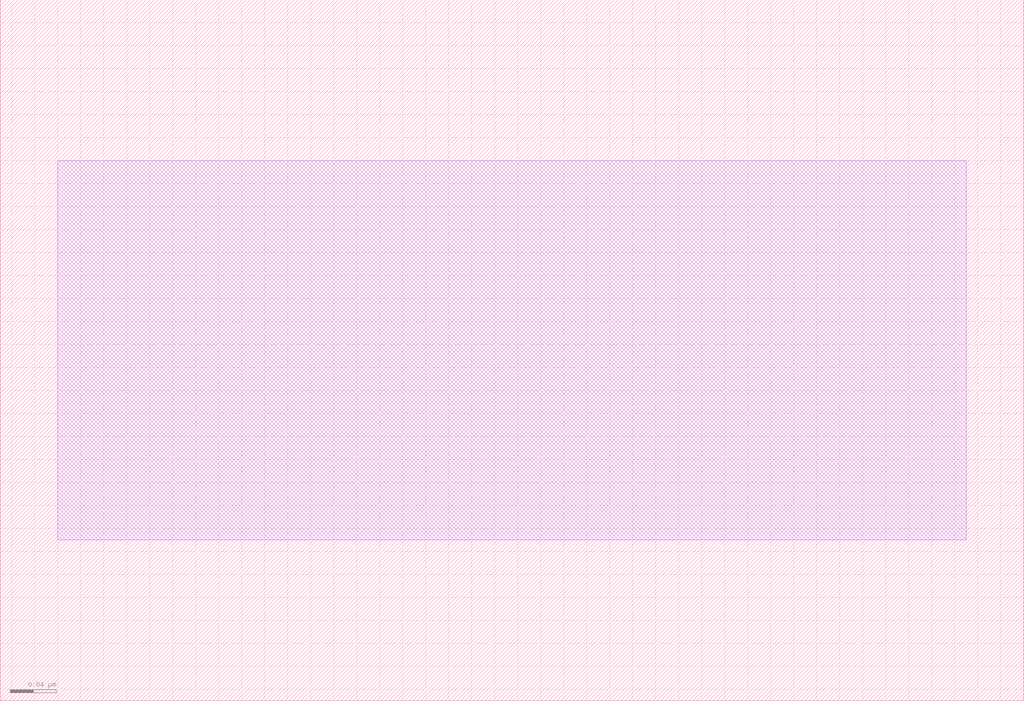
<source format=lef>
VERSION 5.7 ;
  NOWIREEXTENSIONATPIN ON ;
  DIVIDERCHAR "/" ;
  BUSBITCHARS "[]" ;
MACRO /home/bjmuld/work/hilas/fastlane/PDKs/sky130A_hilas/libs.ref/sky130_hilas_sc/mag/sky130_hilas_nFET03
  CLASS BLOCK ;
  FOREIGN /home/bjmuld/work/hilas/fastlane/PDKs/sky130A_hilas/libs.ref/sky130_hilas_sc/mag/sky130_hilas_nFET03 ;
  ORIGIN 0.310 0.190 ;
  SIZE 0.890 BY 0.610 ;
  OBS
      LAYER li1 ;
        RECT -0.260 -0.050 0.530 0.280 ;
  END
END /home/bjmuld/work/hilas/fastlane/PDKs/sky130A_hilas/libs.ref/sky130_hilas_sc/mag/sky130_hilas_nFET03
END LIBRARY


</source>
